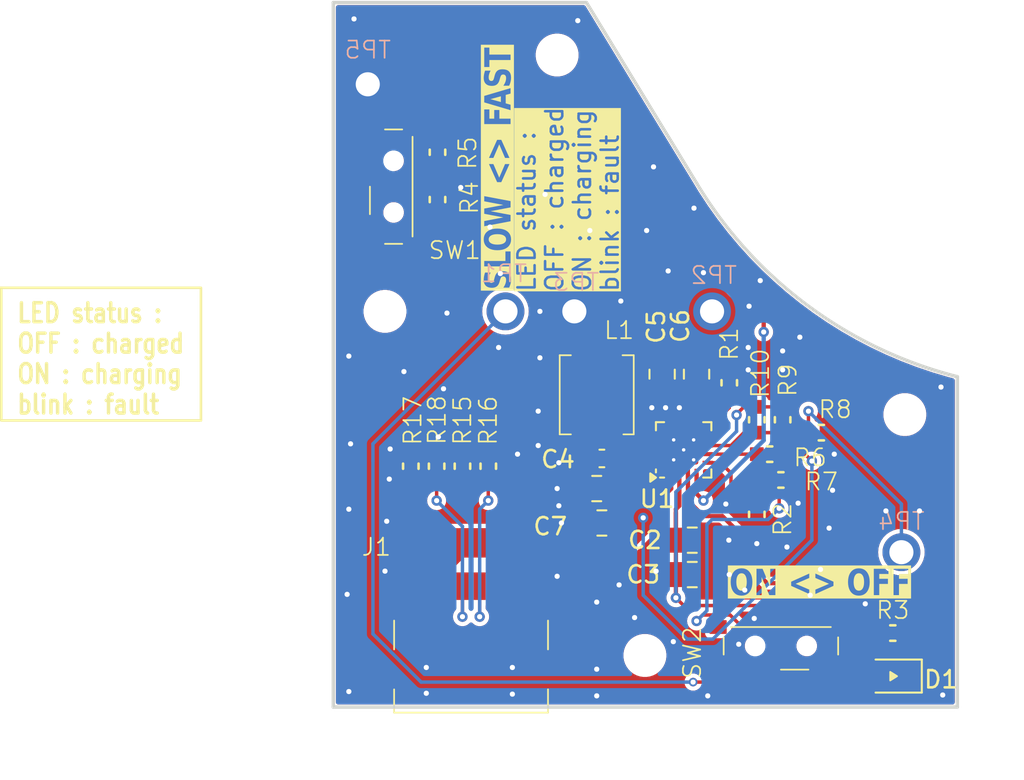
<source format=kicad_pcb>
(kicad_pcb (version 20240108) (generator "pcbnew") (generator_version "8.0")
  (layers (0 "F.Cu" signal) (31 "B.Cu" signal) (34 "B.Paste" user) (35 "F.Paste" user) (36 "B.SilkS" user "B.Silkscreen") (37 "F.SilkS" user "F.Silkscreen") (38 "B.Mask" user) (39 "F.Mask" user) (44 "Edge.Cuts" user))
  (net 0 "")
  (net 1 "GND")
  (net 2 "Net-(U1-PMID)")
  (net 3 "/REGN")
  (net 4 "Net-(U1-BTST)")
  (net 5 "VBUS")
  (net 6 "Net-(D1-PadC)")
  (net 7 "Net-(J1-CC2)")
  (net 8 "Net-(J1-CC1)")
  (net 9 "Net-(U1-VSET)")
  (net 10 "Net-(U1-STAT)")
  (net 11 "Net-(R5-Pad1)")
  (net 12 "/{slash}enable_charger")
  (net 15 "Net-(SW2-PadC)")
  (net 17 "/sw")
  (net 18 "/bat+")
  (net 19 "/POL")
  (net 20 "/ICHG")
  (net 21 "/BAT_TEMP")
  (footprint "cocotter_others:MountingHole_2.1mm" (layer "F.Cu") (at 118.1 97)
    (property "Reference" "H4" (hide yes))
    (property "Value" "MountingHole_Pad")
    (pad "" np_thru_hole circle (at 0 0) (size 2.1 2.1) (drill 2.1) (layers "*.Cu" "*.Mask"))
  )
  (footprint "cocotter_capacitors:C_0805_2012Metric" (layer "F.Cu") (at 120.85 92.3)
    (property "Reference" "C3" (at -2.85 0 0) (layer "F.SilkS"))
    (property "Value" "1µF 50V")
    (pad "1" smd roundrect (at -0.95 0) (size 1 1.45) (layers "F.Cu" "F.Paste" "F.Mask") (roundrect_rratio 0.05) (net 3 "/REGN"))
    (pad "2" smd roundrect (at 0.95 0) (size 1 1.45) (layers "F.Cu" "F.Paste" "F.Mask") (roundrect_rratio 0.05) (net 1 "GND"))
  )
  (footprint "cocotter_resistor:r0603_reflow" (layer "F.Cu") (at 126.1 83.3 -90)
    (property "Reference" "R9" (at -2.3 -0.3 90) (layer "F.SilkS") (effects (font (thickness 0.1))))
    (property "Value" "10k 1%")
    (pad "1" smd roundrect (at -0.75 0 270) (size 0.8 0.8) (layers "F.Cu" "F.Paste" "F.Mask") (roundrect_rratio 0.05) (net 3 "/REGN"))
    (pad "2" smd roundrect (at 0.75 0 270) (size 0.8 0.8) (layers "F.Cu" "F.Paste" "F.Mask") (roundrect_rratio 0.05) (net 21 "/BAT_TEMP"))
  )
  (footprint "cocotter_capacitors:C_0805_2012Metric" (layer "F.Cu") (at 115.3 87.3 180)
    (property "Reference" "C1" (hide yes))
    (property "Value" "10µF 25V")
    (pad "1" smd roundrect (at -0.95 0 180) (size 1 1.45) (layers "F.Cu" "F.Paste" "F.Mask") (roundrect_rratio 0.05) (net 2 "Net-(U1-PMID)"))
    (pad "2" smd roundrect (at 0.95 0 180) (size 1 1.45) (layers "F.Cu" "F.Paste" "F.Mask") (roundrect_rratio 0.05) (net 1 "GND"))
  )
  (footprint "cocotter_capacitors:C_0805_2012Metric" (layer "F.Cu") (at 119.1 80.65 -90)
    (property "Reference" "C5" (at -2.75 0.35 90) (layer "F.SilkS"))
    (property "Value" "10µF 25V")
    (pad "1" smd roundrect (at -0.95 0 270) (size 1 1.45) (layers "F.Cu" "F.Paste" "F.Mask") (roundrect_rratio 0.05) (net 18 "/bat+"))
    (pad "2" smd roundrect (at 0.95 0 270) (size 1 1.45) (layers "F.Cu" "F.Paste" "F.Mask") (roundrect_rratio 0.05) (net 1 "GND"))
  )
  (footprint "cocotter_connectors:MSS12C02LS-BB2.0" (layer "F.Cu") (at 126 96.45 180)
    (property "Reference" "SW2" (at 5.15 -0.4 90) (layer "F.SilkS") (effects (font (thickness 0.1))))
    (property "Value" "MSS12C02LS-BB2.0")
    (pad "" np_thru_hole circle (at -1.5 0 180) (size 0.5 0.5) (drill 0.8) (layers "F&B.Cu" "*.Mask"))
    (pad "" np_thru_hole circle (at 1.5 0 180) (size 0.5 0.5) (drill 0.8) (layers "F&B.Cu" "*.Mask"))
    (pad "A" smd roundrect (at -2.25 -1.8 180) (size 0.8 1.6) (layers "F.Cu" "F.Paste" "F.Mask") (roundrect_rratio 0.05))
    (pad "B" smd roundrect (at 0.75 -1.8 180) (size 0.8 1.6) (layers "F.Cu" "F.Paste" "F.Mask") (roundrect_rratio 0.05) (net 12 "/{slash}enable_charger"))
    (pad "C" smd roundrect (at 2.25 -1.8 180) (size 0.8 1.6) (layers "F.Cu" "F.Paste" "F.Mask") (roundrect_rratio 0.05) (net 15 "Net-(SW2-PadC)"))
    (pad "NC" smd roundrect (at -3.65 -1.1 180) (size 1 0.8) (layers "F.Cu" "F.Paste" "F.Mask") (roundrect_rratio 0.05))
    (pad "NC" smd roundrect (at -3.65 1.1 180) (size 1 0.8) (layers "F.Cu" "F.Paste" "F.Mask") (roundrect_rratio 0.05))
    (pad "NC" smd roundrect (at 3.65 -1.1 180) (size 1 0.8) (layers "F.Cu" "F.Paste" "F.Mask") (roundrect_rratio 0.05))
    (pad "NC" smd roundrect (at 3.65 1.1 180) (size 1 0.8) (layers "F.Cu" "F.Paste" "F.Mask") (roundrect_rratio 0.05))
  )
  (footprint "cocotter_inductors:SPM4020T" (layer "F.Cu") (at 115.3 81.85 90)
    (property "Reference" "L1" (at 3.75 1.3 0) (layer "F.SilkS") (effects (font (thickness 0.1))))
    (property "Value" "1µH")
    (pad "1" smd roundrect (at -1.65 0 90) (size 1.65 2.3) (layers "F.Cu" "F.Paste" "F.Mask") (roundrect_rratio 0.05) (net 17 "/sw"))
    (pad "2" smd roundrect (at 1.65 0 90) (size 1.65 2.3) (layers "F.Cu" "F.Paste" "F.Mask") (roundrect_rratio 0.05) (net 18 "/bat+"))
  )
  (footprint "cocotter_resistor:r0603_reflow" (layer "F.Cu") (at 124.6 83.3 -90)
    (property "Reference" "R10" (at -2.7 -0.2 90) (layer "F.SilkS") (effects (font (thickness 0.1))))
    (property "Value" "10k 1%")
    (pad "1" smd roundrect (at -0.75 0 270) (size 0.8 0.8) (layers "F.Cu" "F.Paste" "F.Mask") (roundrect_rratio 0.05) (net 3 "/REGN"))
    (pad "2" smd roundrect (at 0.75 0 270) (size 0.8 0.8) (layers "F.Cu" "F.Paste" "F.Mask") (roundrect_rratio 0.05) (net 21 "/BAT_TEMP"))
  )
  (footprint "cocotter_resistor:r0603_reflow" (layer "F.Cu") (at 106 86 90)
    (property "Reference" "R18" (at 2.68 0.02 90) (layer "F.SilkS") (effects (font (thickness 0.1))))
    (property "Value" "10k 1%")
    (pad "1" smd roundrect (at -0.75 0 90) (size 0.8 0.8) (layers "F.Cu" "F.Paste" "F.Mask") (roundrect_rratio 0.05) (net 8 "Net-(J1-CC1)"))
    (pad "2" smd roundrect (at 0.75 0 90) (size 0.8 0.8) (layers "F.Cu" "F.Paste" "F.Mask") (roundrect_rratio 0.05) (net 1 "GND"))
  )
  (footprint "cocotter_others:MountingHole_2.1mm" (layer "F.Cu") (at 103 77)
    (property "Reference" "H2" (hide yes))
    (property "Value" "MountingHole_Pad")
    (pad "" np_thru_hole circle (at 0 0) (size 2.1 2.1) (drill 2.1) (layers "*.Cu" "*.Mask"))
  )
  (footprint "cocotter_capacitors:C_0805_2012Metric" (layer "F.Cu") (at 121.1 80.65 -90)
    (property "Reference" "C6" (at -2.8 0.95 90) (layer "F.SilkS"))
    (property "Value" "10µF 25V")
    (pad "1" smd roundrect (at -0.95 0 270) (size 1 1.45) (layers "F.Cu" "F.Paste" "F.Mask") (roundrect_rratio 0.05) (net 18 "/bat+"))
    (pad "2" smd roundrect (at 0.95 0 270) (size 1 1.45) (layers "F.Cu" "F.Paste" "F.Mask") (roundrect_rratio 0.05) (net 1 "GND"))
  )
  (footprint "cocotter_resistor:r0603_reflow" (layer "F.Cu") (at 107.5 86 90)
    (property "Reference" "R15" (at 2.66 0 90) (layer "F.SilkS") (effects (font (thickness 0.1))))
    (property "Value" "10k 1%")
    (pad "1" smd roundrect (at -0.75 0 90) (size 0.8 0.8) (layers "F.Cu" "F.Paste" "F.Mask") (roundrect_rratio 0.05) (net 7 "Net-(J1-CC2)"))
    (pad "2" smd roundrect (at 0.75 0 90) (size 0.8 0.8) (layers "F.Cu" "F.Paste" "F.Mask") (roundrect_rratio 0.05) (net 1 "GND"))
  )
  (footprint "cocotter_diodes:LED_0805_2012Metric" (layer "F.Cu") (at 132.5 98.2 180)
    (property "Reference" "D1" (at -2.8 -0.2 180) (layer "F.SilkS"))
    (property "Value" "yellow, 0805")
    (pad "A" smd roundrect (at 0.9375 0 180) (size 0.975 1.4) (layers "F.Cu" "F.Paste" "F.Mask") (roundrect_rratio 0.05) (net 3 "/REGN"))
    (pad "C" smd roundrect (at -0.9375 0 180) (size 0.975 1.4) (layers "F.Cu" "F.Paste" "F.Mask") (roundrect_rratio 0.05) (net 6 "Net-(D1-PadC)"))
  )
  (footprint "cocotter_resistor:r0603_reflow" (layer "F.Cu") (at 123 81.15 90)
    (property "Reference" "R1" (at 2.25 0 90) (layer "F.SilkS") (effects (font (thickness 0.1))))
    (property "Value" "100k")
    (pad "1" smd roundrect (at -0.75 0 90) (size 0.8 0.8) (layers "F.Cu" "F.Paste" "F.Mask") (roundrect_rratio 0.05) (net 9 "Net-(U1-VSET)"))
    (pad "2" smd roundrect (at 0.75 0 90) (size 0.8 0.8) (layers "F.Cu" "F.Paste" "F.Mask") (roundrect_rratio 0.05) (net 1 "GND"))
  )
  (footprint "cocotter_others:MountingHole_2.1mm" (layer "F.Cu") (at 113 62.1)
    (property "Reference" "H1" (hide yes))
    (property "Value" "MountingHole_Pad")
    (pad "" np_thru_hole circle (at 0 0) (size 2.1 2.1) (drill 2.1) (layers "*.Cu" "*.Mask"))
  )
  (footprint "cocotter_capacitors:C_0603_1608Metric" (layer "F.Cu") (at 115.6 85.55)
    (property "Reference" "C4" (at -2.55 0.05 0) (layer "F.SilkS"))
    (property "Value" "47nF 50V")
    (pad "1" smd roundrect (at -0.775 0) (size 0.9 0.95) (layers "F.Cu" "F.Paste" "F.Mask") (roundrect_rratio 0.05) (net 17 "/sw"))
    (pad "2" smd roundrect (at 0.775 0) (size 0.9 0.95) (layers "F.Cu" "F.Paste" "F.Mask") (roundrect_rratio 0.05) (net 4 "Net-(U1-BTST)"))
  )
  (footprint "cocotter_capacitors:C_0805_2012Metric" (layer "F.Cu") (at 120.85 90.3)
    (property "Reference" "C2" (at -2.75 0 0) (layer "F.SilkS"))
    (property "Value" "1µF 50V")
    (pad "1" smd roundrect (at -0.95 0) (size 1 1.45) (layers "F.Cu" "F.Paste" "F.Mask") (roundrect_rratio 0.05) (net 3 "/REGN"))
    (pad "2" smd roundrect (at 0.95 0) (size 1 1.45) (layers "F.Cu" "F.Paste" "F.Mask") (roundrect_rratio 0.05) (net 1 "GND"))
  )
  (footprint "cocotter_resistor:r0603_reflow" (layer "F.Cu") (at 125.35 85.3 180)
    (property "Reference" "R6" (at -2.35 -0.2 0) (layer "F.SilkS") (effects (font (thickness 0.1))))
    (property "Value" "10k 1%")
    (pad "1" smd roundrect (at -0.75 0 180) (size 0.8 0.8) (layers "F.Cu" "F.Paste" "F.Mask") (roundrect_rratio 0.05) (net 5 "VBUS"))
    (pad "2" smd roundrect (at 0.75 0 180) (size 0.8 0.8) (layers "F.Cu" "F.Paste" "F.Mask") (roundrect_rratio 0.05) (net 12 "/{slash}enable_charger"))
  )
  (footprint "cocotter_ic:RTE0016C" (layer "F.Cu") (at 120.35 85.05 90)
    (property "Reference" "U1" (at -2.85 -1.55 180) (layer "F.SilkS"))
    (property "Value" "BQ25308RTER")
    (pad "1" smd roundrect (at -1.4 -0.75 90) (size 0.6 0.24) (layers "F.Cu" "F.Paste" "F.Mask") (roundrect_rratio 0.05) (net 5 "VBUS"))
    (pad "2" smd roundrect (at -1.4 -0.25 90) (size 0.6 0.24) (layers "F.Cu" "F.Paste" "F.Mask") (roundrect_rratio 0.05) (net 3 "/REGN"))
    (pad "3" smd roundrect (at -1.4 0.25 90) (size 0.6 0.24) (layers "F.Cu" "F.Paste" "F.Mask") (roundrect_rratio 0.05) (net 10 "Net-(U1-STAT)"))
    (pad "4" smd roundrect (at -1.4 0.75 90) (size 0.6 0.24) (layers "F.Cu" "F.Paste" "F.Mask") (roundrect_rratio 0.05) (net 20 "/ICHG"))
    (pad "5" smd roundrect (at -0.75 1.4 90) (size 0.24 0.6) (layers "F.Cu" "F.Paste" "F.Mask") (roundrect_rratio 0.05) (net 19 "/POL"))
    (pad "6" smd roundrect (at -0.25 1.4 90) (size 0.24 0.6) (layers "F.Cu" "F.Paste" "F.Mask") (roundrect_rratio 0.05) (net 12 "/{slash}enable_charger"))
    (pad "7" smd roundrect (at 0.25 1.4 90) (size 0.24 0.6) (layers "F.Cu" "F.Paste" "F.Mask") (roundrect_rratio 0.05) (net 21 "/BAT_TEMP"))
    (pad "8" smd roundrect (at 0.75 1.4 90) (size 0.24 0.6) (layers "F.Cu" "F.Paste" "F.Mask") (roundrect_rratio 0.05))
    (pad "9" smd roundrect (at 1.4 0.75 90) (size 0.6 0.24) (layers "F.Cu" "F.Paste" "F.Mask") (roundrect_rratio 0.05) (net 9 "Net-(U1-VSET)"))
    (pad "10" smd roundrect (at 1.4 0.25 90) (size 0.6 0.24) (layers "F.Cu" "F.Paste" "F.Mask") (roundrect_rratio 0.05) (net 18 "/bat+"))
    (pad "11" smd roundrect (at 1.4 -0.25 90) (size 0.6 0.24) (layers "F.Cu" "F.Paste" "F.Mask") (roundrect_rratio 0.05) (net 1 "GND"))
    (pad "12" smd roundrect (at 1.4 -0.75 90) (size 0.6 0.24) (layers "F.Cu" "F.Paste" "F.Mask") (roundrect_rratio 0.05) (net 1 "GND"))
    (pad "13" smd roundrect (at 0.75 -1.4 90) (size 0.24 0.6) (layers "F.Cu" "F.Paste" "F.Mask") (roundrect_rratio 0.05) (net 17 "/sw"))
    (pad "14" smd roundrect (at 0.25 -1.4 90) (size 0.24 0.6) (layers "F.Cu" "F.Paste" "F.Mask") (roundrect_rratio 0.05) (net 17 "/sw"))
    (pad "15" smd roundrect (at -0.25 -1.4 90) (size 0.24 0.6) (layers "F.Cu" "F.Paste" "F.Mask") (roundrect_rratio 0.05) (net 4 "Net-(U1-BTST)"))
    (pad "16" smd roundrect (at -0.75 -1.4 90) (size 0.24 0.6) (layers "F.Cu" "F.Paste" "F.Mask") (roundrect_rratio 0.05) (net 2 "Net-(U1-PMID)"))
    (pad "17" thru_hole circle (at -0.58 -0.58 90) (size 0.5 0.5) (drill 0.2) (layers "*.Cu" "F.Paste") (net 1 "GND"))
    (pad "17" thru_hole circle (at -0.58 0.58 90) (size 0.5 0.5) (drill 0.2) (layers "*.Cu" "F.Paste") (net 1 "GND"))
    (pad "17" thru_hole circle (at 0 0 90) (size 0.5 0.5) (drill 0.2) (layers "*.Cu" "F.Paste") (net 1 "GND"))
    (pad "17" smd roundrect (at 0 0 90) (size 1.68 1.68) (property pad_prop_heatsink) (layers "F.Cu" "F.Paste" "F.Mask") (roundrect_rratio 0.05) (net 1 "GND"))
    (pad "17" thru_hole circle (at 0.58 -0.58 90) (size 0.5 0.5) (drill 0.2) (layers "*.Cu" "F.Paste") (net 1 "GND"))
    (pad "17" thru_hole circle (at 0.58 0.58 90) (size 0.5 0.5) (drill 0.2) (layers "*.Cu" "F.Paste") (net 1 "GND"))
  )
  (footprint "cocotter_resistor:r0603_reflow" (layer "F.Cu") (at 124.6 88.8 -90)
    (property "Reference" "R2" (at 0.3 -1.5 90) (layer "F.SilkS") (effects (font (thickness 0.1))))
    (property "Value" "1k 1%")
    (pad "1" smd roundrect (at -0.75 0 270) (size 0.8 0.8) (layers "F.Cu" "F.Paste" "F.Mask") (roundrect_rratio 0.05) (net 19 "/POL"))
    (pad "2" smd roundrect (at 0.75 0 270) (size 0.8 0.8) (layers "F.Cu" "F.Paste" "F.Mask") (roundrect_rratio 0.05) (net 1 "GND"))
  )
  (footprint "cocotter_resistor:r0603_reflow" (layer "F.Cu") (at 106.05 70.5 90)
    (property "Reference" "R4" (at 0.1 1.85 90) (layer "F.SilkS") (effects (font (thickness 0.1))))
    (property "Value" "68k 1%")
    (pad "1" smd roundrect (at -0.75 0 90) (size 0.8 0.8) (layers "F.Cu" "F.Paste" "F.Mask") (roundrect_rratio 0.05) (net 20 "/ICHG"))
    (pad "2" smd roundrect (at 0.75 0 90) (size 0.8 0.8) (layers "F.Cu" "F.Paste" "F.Mask") (roundrect_rratio 0.05) (net 1 "GND"))
  )
  (footprint "cocotter_resistor:r0603_reflow" (layer "F.Cu") (at 109 86 90)
    (property "Reference" "R16" (at 2.65 -0.01 90) (layer "F.SilkS") (effects (font (thickness 0.1))))
    (property "Value" "10k 1%")
    (pad "1" smd roundrect (at -0.75 0 90) (size 0.8 0.8) (layers "F.Cu" "F.Paste" "F.Mask") (roundrect_rratio 0.05) (net 7 "Net-(J1-CC2)"))
    (pad "2" smd roundrect (at 0.75 0 90) (size 0.8 0.8) (layers "F.Cu" "F.Paste" "F.Mask") (roundrect_rratio 0.05) (net 1 "GND"))
  )
  (footprint "cocotter_resistor:r0603_reflow" (layer "F.Cu") (at 132.5 95.7)
    (property "Reference" "R3" (at 0 -1.330652 0) (layer "F.SilkS") (effects (font (thickness 0.1))))
    (property "Value" "330R")
    (pad "1" smd roundrect (at -0.75 0) (size 0.8 0.8) (layers "F.Cu" "F.Paste" "F.Mask") (roundrect_rratio 0.05) (net 10 "Net-(U1-STAT)"))
    (pad "2" smd roundrect (at 0.75 0) (size 0.8 0.8) (layers "F.Cu" "F.Paste" "F.Mask") (roundrect_rratio 0.05) (net 6 "Net-(D1-PadC)"))
  )
  (footprint "cocotter_resistor:r0603_reflow" (layer "F.Cu") (at 128.35 84.05)
    (property "Reference" "R8" (at 0.8 -1.35 0) (layer "F.SilkS") (effects (font (thickness 0.1))))
    (property "Value" "22k 1%")
    (pad "1" smd roundrect (at -0.75 0) (size 0.8 0.8) (layers "F.Cu" "F.Paste" "F.Mask") (roundrect_rratio 0.05) (net 21 "/BAT_TEMP"))
    (pad "2" smd roundrect (at 0.75 0) (size 0.8 0.8) (layers "F.Cu" "F.Paste" "F.Mask") (roundrect_rratio 0.05) (net 1 "GND"))
  )
  (footprint "cocotter_connectors:MSS12C02LS-BB2.0" (layer "F.Cu") (at 103.5 69.75 90)
    (property "Reference" "SW1" (at -3.7 3.55 0) (layer "F.SilkS") (effects (font (thickness 0.1))))
    (property "Value" "MSS12C02LS-BB2.0")
    (pad "" np_thru_hole circle (at -1.5 0 90) (size 0.5 0.5) (drill 0.8) (layers "F&B.Cu" "*.Mask"))
    (pad "" np_thru_hole circle (at 1.5 0 90) (size 0.5 0.5) (drill 0.8) (layers "F&B.Cu" "*.Mask"))
    (pad "A" smd roundrect (at -2.25 -1.8 90) (size 0.8 1.6) (layers "F.Cu" "F.Paste" "F.Mask") (roundrect_rratio 0.05))
    (pad "B" smd roundrect (at 0.75 -1.8 90) (size 0.8 1.6) (layers "F.Cu" "F.Paste" "F.Mask") (roundrect_rratio 0.05) (net 20 "/ICHG"))
    (pad "C" smd roundrect (at 2.25 -1.8 90) (size 0.8 1.6) (layers "F.Cu" "F.Paste" "F.Mask") (roundrect_rratio 0.05) (net 11 "Net-(R5-Pad1)"))
    (pad "NC" smd roundrect (at -3.65 -1.1 90) (size 1 0.8) (layers "F.Cu" "F.Paste" "F.Mask") (roundrect_rratio 0.05))
    (pad "NC" smd roundrect (at -3.65 1.1 90) (size 1 0.8) (layers "F.Cu" "F.Paste" "F.Mask") (roundrect_rratio 0.05))
    (pad "NC" smd roundrect (at 3.65 -1.1 90) (size 1 0.8) (layers "F.Cu" "F.Paste" "F.Mask") (roundrect_rratio 0.05))
    (pad "NC" smd roundrect (at 3.65 1.1 90) (size 1 0.8) (layers "F.Cu" "F.Paste" "F.Mask") (roundrect_rratio 0.05))
  )
  (footprint "cocotter_connectors:BTC-TC6S-23" (layer "F.Cu") (at 108 92.975)
    (property "Reference" "J1" (at -5.5 -2.275 0) (layer "F.SilkS") (effects (font (thickness 0.1))))
    (property "Value" "BTC-TC6S-23")
    (pad "A5" smd rect (at -0.5 0 180) (size 0.7 1.6) (layers "F.Cu" "F.Paste" "F.Mask") (net 8 "Net-(J1-CC1)"))
    (pad "A9" smd rect (at 1.52 0) (size 0.76 1.6) (layers "F.Cu" "F.Paste" "F.Mask") (net 5 "VBUS"))
    (pad "A12" smd rect (at 2.75 0) (size 0.8 1.6) (layers "F.Cu" "F.Paste" "F.Mask") (net 1 "GND"))
    (pad "B5" smd rect (at 0.5 0) (size 0.7 1.6) (layers "F.Cu" "F.Paste" "F.Mask") (net 7 "Net-(J1-CC2)"))
    (pad "B9" smd rect (at -1.52 0 180) (size 0.76 1.6) (layers "F.Cu" "F.Paste" "F.Mask") (net 5 "VBUS"))
    (pad "B12" smd rect (at -2.75 0 180) (size 0.8 1.6) (layers "F.Cu" "F.Paste" "F.Mask") (net 1 "GND"))
    (pad "SHIELD" smd rect (at -5.07 0.95 180) (size 2 1.2) (layers "F.Cu" "F.Paste" "F.Mask") (net 1 "GND"))
    (pad "SHIELD" smd rect (at -5.07 4.75 180) (size 2 1.2) (layers "F.Cu" "F.Paste" "F.Mask") (net 1 "GND"))
    (pad "SHIELD" smd rect (at 5.07 0.95 180) (size 2 1.2) (layers "F.Cu" "F.Paste" "F.Mask") (net 1 "GND"))
    (pad "SHIELD" smd rect (at 5.07 4.75 180) (size 2 1.2) (layers "F.Cu" "F.Paste" "F.Mask") (net 1 "GND"))
  )
  (footprint "cocotter_capacitors:C_0805_2012Metric" (layer "F.Cu") (at 115.6 89.3 180)
    (property "Reference" "C7" (at 3 -0.2 180) (layer "F.SilkS"))
    (property "Value" "10µF 25V")
    (pad "1" smd roundrect (at -0.95 0 180) (size 1 1.45) (layers "F.Cu" "F.Paste" "F.Mask") (roundrect_rratio 0.05) (net 5 "VBUS"))
    (pad "2" smd roundrect (at 0.95 0 180) (size 1 1.45) (layers "F.Cu" "F.Paste" "F.Mask") (roundrect_rratio 0.05) (net 1 "GND"))
  )
  (footprint "cocotter_resistor:r0603_reflow" (layer "F.Cu") (at 104.5 86 90)
    (property "Reference" "R17" (at 2.65 0.11 90) (layer "F.SilkS") (effects (font (thickness 0.1))))
    (property "Value" "10k 1%")
    (pad "1" smd roundrect (at -0.75 0 90) (size 0.8 0.8) (layers "F.Cu" "F.Paste" "F.Mask") (roundrect_rratio 0.05) (net 8 "Net-(J1-CC1)"))
    (pad "2" smd roundrect (at 0.75 0 90) (size 0.8 0.8) (layers "F.Cu" "F.Paste" "F.Mask") (roundrect_rratio 0.05) (net 1 "GND"))
  )
  (footprint "cocotter_resistor:r0603_reflow" (layer "F.Cu") (at 106.05 67.75 -90)
    (property "Reference" "R5" (at 0.05 -1.75 90) (layer "F.SilkS") (effects (font (thickness 0.1))))
    (property "Value" "22k 1%")
    (pad "1" smd roundrect (at -0.75 0 270) (size 0.8 0.8) (layers "F.Cu" "F.Paste" "F.Mask") (roundrect_rratio 0.05) (net 11 "Net-(R5-Pad1)"))
    (pad "2" smd roundrect (at 0.75 0 270) (size 0.8 0.8) (layers "F.Cu" "F.Paste" "F.Mask") (roundrect_rratio 0.05) (net 1 "GND"))
  )
  (footprint "cocotter_others:MountingHole_2.1mm" (layer "F.Cu") (at 133.2 83)
    (property "Reference" "H3" (hide yes))
    (property "Value" "MountingHole_Pad")
    (pad "" np_thru_hole circle (at 0 0) (size 2.1 2.1) (drill 2.1) (layers "*.Cu" "*.Mask"))
  )
  (footprint "cocotter_resistor:r0603_reflow" (layer "F.Cu") (at 126 86.8 180)
    (property "Reference" "R7" (at -2.35 -0.1 0) (layer "F.SilkS") (effects (font (thickness 0.1))))
    (property "Value" "10k 1%")
    (pad "1" smd roundrect (at -0.75 0 180) (size 0.8 0.8) (layers "F.Cu" "F.Paste" "F.Mask") (roundrect_rratio 0.05) (net 1 "GND"))
    (pad "2" smd roundrect (at 0.75 0 180) (size 0.8 0.8) (layers "F.Cu" "F.Paste" "F.Mask") (roundrect_rratio 0.05) (net 12 "/{slash}enable_charger"))
  )
  (footprint "cocotter_others:CPG-07-TH-B" (layer "B.Cu") (at 114 77 180)
    (property "Reference" "TP3" (at -0.1 1.7 0) (layer "B.SilkS") (effects (font (thickness 0.1)) (justify mirror)))
    (property "Value" "CPG-07-TH-B")
    (pad "1" thru_hole circle (at 0 0 180) (size 2.2 2.2) (drill 1.4) (layers "*.Cu" "*.Mask") (net 1 "GND"))
  )
  (footprint "cocotter_others:CPG-07-TH-B" (layer "B.Cu") (at 122 77 180)
    (property "Reference" "TP2" (at -0.1 2.1 0) (layer "B.SilkS") (effects (font (thickness 0.1)) (justify mirror)))
    (property "Value" "CPG-07-TH-B")
    (pad "1" thru_hole circle (at 0 0 180) (size 2.2 2.2) (drill 1.4) (layers "*.Cu" "*.Mask") (net 18 "/bat+"))
  )
  (footprint "cocotter_others:CPG-07-TH-B" (layer "B.Cu") (at 110 77 180)
    (property "Reference" "TP1" (at 0.1 2.2 0) (layer "B.SilkS") (effects (font (thickness 0.1)) (justify mirror)))
    (property "Value" "CPG-07-TH-B")
    (pad "1" thru_hole circle (at 0 0 180) (size 2.2 2.2) (drill 1.4) (layers "*.Cu" "*.Mask") (net 15 "Net-(SW2-PadC)"))
  )
  (footprint "cocotter_others:CPG-07-TH-B" (layer "B.Cu") (at 102 63.8 180)
    (property "Reference" "TP5" (at 0 2 0) (layer "B.SilkS") (effects (font (thickness 0.1)) (justify mirror)))
    (property "Value" "CPG-07-TH-B")
    (pad "1" thru_hole circle (at 0 0 180) (size 2.2 2.2) (drill 1.4) (layers "*.Cu" "*.Mask") (net 1 "GND"))
  )
  (footprint "cocotter_others:CPG-07-TH-B" (layer "B.Cu") (at 133 91 180)
    (property "Reference" "TP4" (at 0 1.8 0) (layer "B.SilkS") (effects (font (thickness 0.1)) (justify mirror)))
    (property "Value" "CPG-07-TH-B")
    (pad "1" thru_hole circle (at 0 0 180) (size 2.2 2.2) (drill 1.4) (layers "*.Cu" "*.Mask") (net 21 "/BAT_TEMP"))
  )
  (gr_line (start 100 100) (end 136.25 100) (stroke (width 0.2)) (layer "Edge.Cuts"))
  (gr_line (start 114.7 59.05) (end 100 59.05) (stroke (width 0.2)) (layer "Edge.Cuts"))
  (gr_line (start 114.7 59.05) (end 121.1 69.55) (stroke (width 0.2)) (layer "Edge.Cuts"))
  (gr_arc (start 136.25 80.8) (mid 127.563829 76.671377) (end 121.1 69.55) (stroke (width 0.2)) (layer "Edge.Cuts"))
  (gr_line (start 136.25 100) (end 136.25 80.8) (stroke (width 0.2)) (layer "Edge.Cuts"))
  (gr_line (start 100 59.05) (end 100 100) (stroke (width 0.2)) (layer "Edge.Cuts"))
  (gr_text "ON <> OFF" (at 123 93.75 0) (layer "F.SilkS" knockout) (effects (font (size 1.5 1.2) (thickness 0.2) (bold yes)) (justify left bottom)))
  (gr_text "SLOW <> FAST" (at 110.55 75.75 90) (layer "F.SilkS" knockout) (effects (font (size 1.5 1.2) (thickness 0.2) (bold yes)) (justify left bottom)))
  (gr_text "LED status : \nOFF : charged\nON : charging\nblink : fault\n" (at 116.65 75.94 90) (layer "F.SilkS" knockout) (effects (font (size 1 1)) (justify left bottom)))
  (gr_text_box "LED status : \nOFF : charged\nON : charging\nblink : fault\n" (start 80.71 75.63) (end 92.308748 83.34) (layer "F.SilkS") (effects (font (size 1.1 0.9) (thickness 0.2) (bold yes)) (justify left top)) (border yes) (stroke (width 0.15)))
  (segment (start 114.35 87.3) (end 113 87.3) (width 0.2) (layer "F.Cu") (net 1))
  (segment (start 121.8 90.3) (end 122.975 90.3) (width 0.2) (layer "F.Cu") (net 1))
  (segment (start 120.1 82.6) (end 121.1 81.6) (width 0.2) (layer "F.Cu") (net 1))
  (segment (start 126.9 90.7) (end 129.2 88.4) (width 0.8) (layer "F.Cu") (net 1))
  (segment (start 113.07 93.925) (end 113.095 93.9) (width 0.8) (layer "F.Cu") (net 1))
  (segment (start 123 80.4) (end 124.1 80.4) (width 0.2) (layer "F.Cu") (net 1))
  (segment (start 126.1 86.8) (end 126.75 87.45) (width 0.2) (layer "F.Cu") (net 1))
  (segment (start 126.35 90.7) (end 126.9 90.7) (width 0.8) (layer "F.Cu") (net 1))
  (segment (start 126.35 90.7) (end 127 90.7) (width 0.8) (layer "F.Cu") (net 1))
  (segment (start 119.6 82.9) (end 119.3 82.6) (width 0.4) (layer "F.Cu") (net 1))
  (segment (start 127 90.7) (end 128.3 92) (width 0.8) (layer "F.Cu") (net 1))
  (segment (start 120.1 82.6) (end 120.1 82.4) (width 0.2) (layer "F.Cu") (net 1))
  (segment (start 119.3 82.6) (end 119.3 81.8) (width 0.2) (layer "F.Cu") (net 1))
  (segment (start 128.2 80.4) (end 126.1 80.4) (width 0.8) (layer "F.Cu") (net 1))
  (segment (start 129.1 84.05) (end 129.1 85.3) (width 0.2) (layer "F.Cu") (net 1))
  (segment (start 119.6 83.65) (end 119.6 82.9) (width 0.4) (layer "F.Cu") (net 1))
  (segment (start 126.75 87.45) (end 126.75 87.9) (width 0.2) (layer "F.Cu") (net 1))
  (segment (start 124.6 89.55) (end 124.6 90.5) (width 0.2) (layer "F.Cu") (net 1))
  (segment (start 126.75 87.9) (end 127 88.15) (width 0.2) (layer "F.Cu") (net 1))
  (segment (start 129.2 88.4) (end 129.2 81.4) (width 0.8) (layer "F.Cu") (net 1))
  (segment (start 106.05 69.75) (end 106.05 68.5) (width 0.2) (layer "F.Cu") (net 1))
  (segment (start 114.6 89.3) (end 113.25 89.3) (width 0.2) (layer "F.Cu") (net 1))
  (segment (start 126.75 86.8) (end 126.75 87.9) (width 0.2) (layer "F.Cu") (net 1))
  (segment (start 119.3 81.8) (end 119.1 81.6) (width 0.2) (layer "F.Cu") (net 1))
  (segment (start 124.1 80.4) (end 126.1 80.4) (width 0.8) (layer "F.Cu") (net 1))
  (segment (start 115.3 93.9) (end 115.4 94) (width 0.8) (layer "F.Cu") (net 1))
  (segment (start 129.2 81.4) (end 128.2 80.4) (width 0.8) (layer "F.Cu") (net 1))
  (segment (start 113.095 93.9) (end 115.3 93.9) (width 0.8) (layer "F.Cu") (net 1))
  (segment (start 121.8 92.3) (end 123 92.3) (width 0.2) (layer "F.Cu") (net 1))
  (via (at 119.45 74.65) (size 0.6) (drill 0.3) (layers "F.Cu" "B.Cu") (net 1))
  (via (at 113.1 88.3) (size 0.6) (drill 0.3) (layers "F.Cu" "B.Cu") (net 1))
  (via (at 127 88.15) (size 0.6) (drill 0.3) (layers "F.Cu" "B.Cu") (net 1))
  (via (at 120.95 71) (size 0.6) (drill 0.3) (layers "F.Cu" "B.Cu") (net 1))
  (via (at 101.2 60) (size 0.6) (drill 0.3) (layers "F.Cu" "B.Cu") (net 1))
  (via (at 103.1 89.2) (size 0.6) (drill 0.3) (layers "F.Cu" "B.Cu") (net 1))
  (via (at 112 77) (size 0.6) (drill 0.3) (layers "F.Cu" "B.Cu") (net 1))
  (via (at 115.3 93.9) (size 0.6) (drill 0.3) (layers "F.Cu" "B.Cu") (net 1))
  (via (at 127.7 93.5) (size 0.6) (drill 0.3) (layers "F.Cu" "B.Cu") (net 1))
  (via (at 128.3 92) (size 0.6) (drill 0.3) (layers "F.Cu" "B.Cu") (net 1))
  (via (at 121.75 99.35) (size 0.6) (drill 0.3) (layers "F.Cu" "B.Cu") (net 1))
  (via (at 119.3 82.6) (size 0.6) (drill 0.3) (layers "F.Cu" "B.Cu") (net 1))
  (via (at 110.4 99.25) (size 0.6) (drill 0.3) (layers "F.Cu" "B.Cu") (net 1))
  (via (at 124.1 79.1) (size 0.6) (drill 0.3) (layers "F.Cu" "B.Cu") (net 1))
  (via (at 116.7 76.4) (size 0.6) (drill 0.3) (layers "F.Cu" "B.Cu") (net 1))
  (via (at 107.4 69.8) (size 0.6) (drill 0.3) (layers "F.Cu" "B.Cu") (net 1))
  (via (at 126.35 90.7) (size 0.6) (drill 0.3) (layers "F.Cu" "B.Cu") (net 1))
  (via (at 106.1 84.3) (size 0.6) (drill 0.3) (layers "F.Cu" "B.Cu") (net 1))
  (via (at 118.6 68.6) (size 0.6) (drill 0.3) (layers "F.Cu" "B.Cu") (net 1))
  (via (at 128.8 89.6) (size 0.6) (drill 0.3) (layers "F.Cu" "B.Cu") (net 1))
  (via (at 101 84.7) (size 0.6) (drill 0.3) (layers "F.Cu" "B.Cu") (net 1))
  (via (at 115.3 97.8) (size 0.6) (drill 0.3) (layers "F.Cu" "B.Cu") (net 1))
  (via (at 132.1 88.6) (size 0.6) (drill 0.3) (layers "F.Cu" "B.Cu") (net 1))
  (via (at 113 87.3) (size 0.6) (drill 0.3) (layers "F.Cu" "B.Cu") (net 1))
  (via (at 124.15 76.7) (size 0.6) (drill 0.3) (layers "F.Cu" "B.Cu") (net 1))
  (via (at 124.45 94.85) (size 0.6) (drill 0.3) (layers "F.Cu" "B.Cu") (net 1))
  (via (at 115.3 99.35) (size 0.6) (drill 0.3) (layers "F.Cu" "B.Cu") (net 1))
  (via (at 126.1 80.4) (size 0.6) (drill 0.3) (layers "F.Cu" "B.Cu") (net 1))
  (via (at 122.8 88.2) (size 0.6) (drill 0.3) (layers "F.Cu" "B.Cu") (net 1))
  (via (at 118.75 92.1) (size 0.6) (drill 0.3) (layers "F.Cu" "B.Cu") (net 1))
  (via (at 106.4 81.5) (size 0.6) (drill 0.3) (layers "F.Cu" "B.Cu") (net 1))
  (via (at 103.25 86.75) (size 0.6) (drill 0.3) (layers "F.Cu" "B.Cu") (net 1))
  (via (at 126.1 79.3) (size 0.6) (drill 0.3) (layers "F.Cu" "B.Cu") (net 1))
  (via (at 110.4 97.7) (size 0.6) (drill 0.3) (layers "F.Cu" "B.Cu") (net 1))
  (via (at 118.5 82.6) (size 0.6) (drill 0.3) (layers "F.Cu" "B.Cu") (net 1))
  (via (at 123.55 96.35) (size 0.6) (drill 0.3) (layers "F.Cu" "B.Cu") (net 1))
  (via (at 109.1 72.1) (size 0.6) (drill 0.3) (layers "F.Cu" "B.Cu") (net 1))
  (via (at 123 92.3) (size 0.6) (drill 0.3) (layers "F.Cu" "B.Cu") (net 1))
  (via (at 113.25 89.3) (size 0.6) (drill 0.3) (layers "F.Cu" "B.Cu") (net 1))
  (via (at 105.4 97.7) (size 0.6) (drill 0.3) (layers "F.Cu" "B.Cu") (net 1))
  (via (at 111.9 84.8) (size 0.6) (drill 0.3) (layers "F.Cu" "B.Cu") (net 1))
  (via (at 114.9 72.3) (size 0.6) (drill 0.3) (layers "F.Cu" "B.Cu") (net 1))
  (via (at 118.2 72.3) (size 0.6) (drill 0.3) (layers "F.Cu" "B.Cu") (net 1))
  (via (at 106.6 77.1) (size 0.6) (drill 0.3) (layers "F.Cu" "B.Cu") (net 1))
  (via (at 122.975 90.3) (size 0.6) (drill 0.3) (layers "F.Cu" "B.Cu") (net 1))
  (via (at 111.9 82.8) (size 0.6) (drill 0.3) (layers "F.Cu" "B.Cu") (net 1))
  (via (at 113.1 85.8) (size 0.6) (drill 0.3) (layers "F.Cu" "B.Cu") (net 1))
  (via (at 129.1 85.3) (size 0.6) (drill 0.3) (layers "F.Cu" "B.Cu") (net 1))
  (via (at 100.9 88.5) (size 0.6) (drill 0.3) (layers "F.Cu" "B.Cu") (net 1))
  (via (at 109.7 74.8) (size 0.6) (drill 0.3) (layers "F.Cu" "B.Cu") (net 1))
  (via (at 129 87.4) (size 0.6) (drill 0.3) (layers "F.Cu" "B.Cu") (net 1))
  (via (at 104.1 80.5) (size 0.6) (drill 0.3) (layers "F.Cu" "B.Cu") (net 1))
  (via (at 135.3 81.4) (size 0.6) (drill 0.3) (layers "F.Cu" "B.Cu") (net 1))
  (via (at 112.3 70.2) (size 0.6) (drill 0.3) (layers "F.Cu" "B.Cu") (net 1))
  (via (at 135.4 99.3) (size 0.6) (drill 0.3) (layers "F.Cu" "B.Cu") (net 1))
  (via (at 117.5 94.8) (size 0.6) (drill 0.3) (layers "F.Cu" "B.Cu") (net 1))
  (via (at 112 79.7) (size 0.6) (drill 0.3) (layers "F.Cu" "B.Cu") (net 1))
  (via (at 114.2 60.1) (size 0.6) (drill 0.3) (layers "F.Cu" "B.Cu") (net 1))
  (via (at 124.8 75.210551) (size 0.6) (drill 0.3) (layers "F.Cu" "B.Cu") (net 1))
  (via (at 113 92.4) (size 0.6) (drill 0.3) (layers "F.Cu" "B.Cu") (net 1))
  (via (at 124.1 80.4) (size 0.6) (drill 0.3) (layers "F.Cu" "B.Cu") (net 1))
  (via (at 120.1 82.6) (size 0.6) (drill 0.3) (layers "F.Cu" "B.Cu") (net 1))
  (via (at 105.4 99.2) (size 0.6) (drill 0.3) (layers "F.Cu" "B.Cu") (net 1))
  (via (at 103.3 85) (size 0.6) (drill 0.3) (layers "F.Cu" "B.Cu") (net 1))
  (via (at 124.6 90.5) (size 0.6) (drill 0.3) (layers "F.Cu" "B.Cu") (net 1))
  (via (at 127.1 78.5) (size 0.6) (drill 0.3) (layers "F.Cu" "B.Cu") (net 1))
  (via (at 130.9 94) (size 0.6) (drill 0.3) (layers "F.Cu" "B.Cu") (net 1))
  (via (at 134.05 88.6) (size 0.6) (drill 0.3) (layers "F.Cu" "B.Cu") (net 1))
  (via (at 121.5 74.75) (size 0.6) (drill 0.3) (layers "F.Cu" "B.Cu") (net 1))
  (via (at 103 92.1) (size 0.6) (drill 0.3) (layers "F.Cu" "B.Cu") (net 1))
  (via (at 109.6 79.1) (size 0.6) (drill 0.3) (layers "F.Cu" "B.Cu") (net 1))
  (via (at 119.75 96.2) (size 0.6) (drill 0.3) (layers "F.Cu" "B.Cu") (net 1))
  (via (at 123.9 93.2) (size 0.6) (drill 0.3) (layers "F.Cu" "B.Cu") (net 1))
  (via (at 116.6 92.9) (size 0.6) (drill 0.3) (layers "F.Cu" "B.Cu") (net 1))
  (via (at 100.8 93.45) (size 0.6) (drill 0.3) (layers "F.Cu" "B.Cu") (net 1))
  (via (at 100.9 79.6) (size 0.6) (drill 0.3) (layers "F.Cu" "B.Cu") (net 1))
  (via (at 100.9 99.1) (size 0.6) (drill 0.3) (layers "F.Cu" "B.Cu") (net 1))
  (via (at 110.7 85.3) (size 0.6) (drill 0.3) (layers "F.Cu" "B.Cu") (net 1))
  (segment (start 126.35 90.7) (end 124.6 90.7) (width 0.8) (layer "B.Cu") (net 1))
  (segment (start 122.213654 80.4) (end 124.1 80.4) (width 0.8) (layer "B.Cu") (net 1))
  (segment (start 115.4 93.8) (end 115.3 93.9) (width 0.8) (layer "B.Cu") (net 1))
  (segment (start 115.9 82.9) (end 119.713654 82.9) (width 0.8) (layer "B.Cu") (net 1))
  (segment (start 113.25 89.3) (end 113.25 89.35) (width 0.8) (layer "B.Cu") (net 1))
  (segment (start 113 85.8) (end 115.9 82.9) (width 0.8) (layer "B.Cu") (net 1))
  (segment (start 124.15 91.15) (end 123 92.3) (width 0.8) (layer "B.Cu") (net 1))
  (segment (start 124.15 91.15) (end 123.3 90.3) (width 0.8) (layer "B.Cu") (net 1))
  (segment (start 123.3 90.3) (end 122.975 90.3) (width 0.8) (layer "B.Cu") (net 1))
  (segment (start 113 89.1) (end 113 87.3) (width 0.8) (layer "B.Cu") (net 1))
  (segment (start 114.15 90.25) (end 113 89.1) (width 0.8) (layer "B.Cu") (net 1))
  (segment (start 113.25 89.35) (end 114.15 90.25) (width 0.8) (layer "B.Cu") (net 1))
  (segment (start 113 87.3) (end 113 85.8) (width 0.8) (layer "B.Cu") (net 1))
  (segment (start 114.15 90.25) (end 115.4 91.5) (width 0.8) (layer "B.Cu") (net 1))
  (segment (start 115.4 91.5) (end 115.4 93.8) (width 0.8) (layer "B.Cu") (net 1))
  (segment (start 119.713654 82.9) (end 122.213654 80.4) (width 0.8) (layer "B.Cu") (net 1))
  (segment (start 124.6 90.7) (end 124.15 91.15) (width 0.8) (layer "B.Cu") (net 1))
  (segment (start 117.55 86.6) (end 117.55 87.05) (width 0.3) (layer "F.Cu") (net 2))
  (segment (start 118.95 85.8) (end 118.35 85.8) (width 0.3) (layer "F.Cu") (net 2))
  (segment (start 118.35 85.8) (end 117.55 86.6) (width 0.3) (layer "F.Cu") (net 2))
  (segment (start 117.3 87.3) (end 116.25 87.3) (width 0.3) (layer "F.Cu") (net 2))
  (segment (start 117.55 87.05) (end 117.3 87.3) (width 0.3) (layer "F.Cu") (net 2))
  (segment (start 123.4 83) (end 123.424265 83.024265) (width 0.2) (layer "F.Cu") (net 3))
  (segment (start 120.1 86.45) (end 120.1 88.3) (width 0.25) (layer "F.Cu") (net 3))
  (segment (start 130 94.1) (end 130.8 94.9) (width 0.2) (layer "F.Cu") (net 3))
  (segment (start 131.5625 97.0625) (end 131.5625 98.2) (width 0.2) (layer "F.Cu") (net 3))
  (segment (start 126.1 82.55) (end 123.85 82.55) (width 0.2) (layer "F.Cu") (net 3))
  (segment (start 119.9 88.7) (end 119.9 92.3) (width 0.25) (layer "F.Cu") (net 3))
  (segment (start 130.8 96.3) (end 131.5625 97.0625) (width 0.2) (layer "F.Cu") (net 3))
  (segment (start 119.9 93.65) (end 120.35 94.1) (width 0.2) (layer "F.Cu") (net 3))
  (segment (start 119.9 88.5) (end 120.1 88.3) (width 0.25) (layer "F.Cu") (net 3))
  (segment (start 123.85 82.55) (end 123.4 83) (width 0.2) (layer "F.Cu") (net 3))
  (segment (start 119.9 93.65) (end 119.9 92.3) (width 0.25) (layer "F.Cu") (net 3))
  (segment (start 120.35 94.1) (end 130 94.1) (width 0.2) (layer "F.Cu") (net 3))
  (segment (start 130.8 94.9) (end 130.8 96.3) (width 0.2) (layer "F.Cu") (net 3))
  (segment (start 119.9 90.3) (end 119.9 88.5) (width 0.25) (layer "F.Cu") (net 3))
  (via (at 123.424265 83.024265) (size 0.6) (drill 0.3) (layers "F.Cu" "B.Cu") (net 3))
  (via (at 119.9 93.65) (size 0.6) (drill 0.3) (layers "F.Cu" "B.Cu") (net 3))
  (segment (start 119.9 93.65) (end 119.9 87.5) (width 0.2) (layer "B.Cu") (net 3))
  (segment (start 119.9 87.5) (end 123.424265 83.975735) (width 0.2) (layer "B.Cu") (net 3))
  (segment (start 123.424265 83.975735) (end 123.424265 83.024265) (width 0.2) (layer "B.Cu") (net 3))
  (segment (start 117.55 85.55) (end 116.375 85.55) (width 0.2) (layer "F.Cu") (net 4))
  (segment (start 117.8 85.3) (end 117.55 85.55) (width 0.2) (layer "F.Cu") (net 4))
  (segment (start 118.95 85.3) (end 117.8 85.3) (width 0.2) (layer "F.Cu") (net 4))
  (segment (start 118 88.9) (end 119.1 87.8) (width 0.8) (layer "F.Cu") (net 5))
  (segment (start 109.52 90.48) (end 112.08 90.48) (width 0.8) (layer "F.Cu") (net 5))
  (segment (start 126.1 85.3) (end 127.4 85.3) (width 0.2) (layer "F.Cu") (net 5))
  (segment (start 106.48 91.02) (end 107.02 90.48) (width 0.8) (layer "F.Cu") (net 5))
  (segment (start 119.6 86.45) (end 119.6 87.3) (width 0.3) (layer "F.Cu") (net 5))
  (segment (start 116.5 90.9) (end 116.55 90.85) (width 0.8) (layer "F.Cu") (net 5))
  (segment (start 119.6 87.3) (end 119.1 87.8) (width 0.3) (layer "F.Cu") (net 5))
  (segment (start 117.7 89.3) (end 116.55 89.3) (width 0.8) (layer "F.Cu") (net 5))
  (segment (start 107.02 90.48) (end 112.08 90.48) (width 0.8) (layer "F.Cu") (net 5))
  (segment (start 127.4 85.3) (end 127.8 85.7) (width 0.2) (layer "F.Cu") (net 5))
  (segment (start 106.48 92.975) (end 106.48 91.02) (width 0.8) (layer "F.Cu") (net 5))
  (segment (start 118 89) (end 118 88.9) (width 0.8) (layer "F.Cu") (net 5))
  (segment (start 116.55 90.85) (end 116.55 89.3) (width 0.8) (layer "F.Cu") (net 5))
  (segment (start 112.08 90.48) (end 112.5 90.9) (width 0.8) (layer "F.Cu") (net 5))
  (segment (start 109.52 92.975) (end 109.52 90.48) (width 0.8) (layer "F.Cu") (net 5))
  (segment (start 118 89) (end 117.7 89.3) (width 0.8) (layer "F.Cu") (net 5))
  (segment (start 112.5 90.9) (end 116.5 90.9) (width 0.8) (layer "F.Cu") (net 5))
  (via (at 127.8 85.7) (size 0.6) (drill 0.3) (layers "F.Cu" "B.Cu") (net 5))
  (via (at 118 89) (size 0.6) (drill 0.3) (layers "F.Cu" "B.Cu") (net 5))
  (segment (start 118 93.5) (end 120.55 96.05) (width 0.2) (layer "B.Cu") (net 5))
  (segment (start 122.05 96.05) (end 127.8 90.3) (width 0.2) (layer "B.Cu") (net 5))
  (segment (start 120.55 96.05) (end 122.05 96.05) (width 0.2) (layer "B.Cu") (net 5))
  (segment (start 127.8 90.3) (end 127.8 85.7) (width 0.2) (layer "B.Cu") (net 5))
  (segment (start 118 89) (end 118 93.5) (width 0.2) (layer "B.Cu") (net 5))
  (segment (start 133.4375 98.2) (end 133.4375 96.8375) (width 0.25) (layer "F.Cu") (net 6))
  (segment (start 133.4375 96.8375) (end 133.25 96.65) (width 0.25) (layer "F.Cu") (net 6))
  (segment (start 133.25 96.65) (end 133.25 95.7) (width 0.25) (layer "F.Cu") (net 6))
  (segment (start 108.5 92.975) (end 108.5 94.75) (width 0.2) (layer "F.Cu") (net 7))
  (segment (start 107.5 86.75) (end 109 86.75) (width 0.2) (layer "F.Cu") (net 7))
  (segment (start 109 86.75) (end 109 88) (width 0.2) (layer "F.Cu") (net 7))
  (via (at 108.5 94.75) (size 0.6) (drill 0.3) (layers "F.Cu" "B.Cu") (net 7))
  (via (at 109 88) (size 0.6) (drill 0.3) (layers "F.Cu" "B.Cu") (net 7))
  (segment (start 108.5 94.75) (end 108.5 88.5) (width 0.2) (layer "B.Cu") (net 7))
  (segment (start 108.5 88.5) (end 109 88) (width 0.2) (layer "B.Cu") (net 7))
  (segment (start 104.5 86.75) (end 106 86.75) (width 0.2) (layer "F.Cu") (net 8))
  (segment (start 107.5 92.975) (end 107.5 94.75) (width 0.2) (layer "F.Cu") (net 8))
  (segment (start 106 86.75) (end 106 88) (width 0.2) (layer "F.Cu") (net 8))
  (via (at 106 88) (size 0.6) (drill 0.3) (layers "F.Cu" "B.Cu") (net 8))
  (via (at 107.5 94.75) (size 0.6) (drill 0.3) (layers "F.Cu" "B.Cu") (net 8))
  (segment (start 107.5 94.75) (end 107.5 89.5) (width 0.2) (layer "B.Cu") (net 8))
  (segment (start 107.5 89.5) (end 106 88) (width 0.2) (layer "B.Cu") (net 8))
  (segment (start 121.3 82.8) (end 122.8 82.8) (width 0.2) (layer "F.Cu") (net 9))
  (segment (start 121.1 83) (end 121.3 82.8) (width 0.2) (layer "F.Cu") (net 9))
  (segment (start 121.1 83.65) (end 121.1 83) (width 0.2) (layer "F.Cu") (net 9))
  (segment (start 123 82.6) (end 123 81.9) (width 0.2) (layer "F.Cu") (net 9))
  (segment (start 122.8 82.8) (end 123 82.6) (width 0.2) (layer "F.Cu") (net 9))
  (segment (start 120.6 88) (end 121.5 88.9) (width 0.25) (layer "F.Cu") (net 10))
  (segment (start 123.6 91.2) (end 125.2 92.8) (width 0.25) (layer "F.Cu") (net 10))
  (segment (start 131.75 93.85) (end 131.75 95.7) (width 0.25) (layer "F.Cu") (net 10))
  (segment (start 121.5 88.9) (end 122.6 88.9) (width 0.25) (layer "F.Cu") (net 10))
  (segment (start 122.6 88.9) (end 123.6 89.9) (width 0.25) (layer "F.Cu") (net 10))
  (segment (start 123.6 89.9) (end 123.6 91.2) (width 0.25) (layer "F.Cu") (net 10))
  (segment (start 125.2 92.8) (end 130.7 92.8) (width 0.25) (layer "F.Cu") (net 10))
  (segment (start 120.6 86.45) (end 120.6 88) (width 0.25) (layer "F.Cu") (net 10))
  (segment (start 130.7 92.8) (end 131.75 93.85) (width 0.25) (layer "F.Cu") (net 10))
  (segment (start 101.7 67.5) (end 105 67.5) (width 0.2) (layer "F.Cu") (net 11))
  (segment (start 105 67.5) (end 105.5 67) (width 0.2) (layer "F.Cu") (net 11))
  (segment (start 105.5 67) (end 106.05 67) (width 0.2) (layer "F.Cu") (net 11))
  (segment (start 125.25 86.75) (end 124.6 86.1) (width 0.2) (layer "F.Cu") (net 12))
  (segment (start 124 95.6) (end 124.75 95.6) (width 0.2) (layer "F.Cu") (net 12))
  (segment (start 124.6 85.3) (end 124.6 86.1) (width 0.2) (layer "F.Cu") (net 12))
  (segment (start 125.9 87.45) (end 125.9 88.45) (width 0.2) (layer "F.Cu") (net 12))
  (segment (start 123.05 94.65) (end 124 95.6) (width 0.2) (layer "F.Cu") (net 12))
  (segment (start 125.25 86.8) (end 125.25 86.75) (width 0.2) (layer "F.Cu") (net 12))
  (segment (start 121.1 95) (end 121.45 94.65) (width 0.2) (layer "F.Cu") (net 12))
  (segment (start 121.45 94.65) (end 123.05 94.65) (width 0.2) (layer "F.Cu") (net 12))
  (segment (start 121.75 85.3) (end 124.6 85.3) (width 0.2) (layer "F.Cu") (net 12))
  (segment (start 125.25 86.8) (end 125.9 87.45) (width 0.2) (layer "F.Cu") (net 12))
  (segment (start 124.75 95.6) (end 125.25 96.1) (width 0.2) (layer "F.Cu") (net 12))
  (segment (start 125.25 96.1) (end 125.25 98.25) (width 0.2) (layer "F.Cu") (net 12))
  (via (at 125.9 88.45) (size 0.6) (drill 0.3) (layers "F.Cu" "B.Cu") (net 12))
  (via (at 121.1 95) (size 0.6) (drill 0.3) (layers "F.Cu" "B.Cu") (net 12))
  (segment (start 121.1 95) (end 121.7 94.4) (width 0.2) (layer "B.Cu") (net 12))
  (segment (start 122 89.1) (end 125.25 89.1) (width 0.2) (layer "B.Cu") (net 12))
  (segment (start 121.7 89.4) (end 122 89.1) (width 0.2) (layer "B.Cu") (net 12))
  (segment (start 121.7 94.4) (end 121.7 89.4) (width 0.2) (layer "B.Cu") (net 12))
  (segment (start 125.25 89.1) (end 125.9 88.45) (width 0.2) (layer "B.Cu") (net 12))
  (segment (start 123.6 98.55) (end 123.75 98.4) (width 0.2) (layer "F.Cu") (net 15))
  (segment (start 120.9 98.55) (end 123.6 98.55) (width 0.2) (layer "F.Cu") (net 15))
  (segment (start 123.75 98.4) (end 123.75 98.25) (width 0.2) (layer "F.Cu") (net 15))
  (via (at 120.9 98.55) (size 0.5) (drill 0.3) (layers "F.Cu" "B.Cu") (net 15))
  (segment (start 110 77) (end 102.3 84.7) (width 0.2) (layer "B.Cu") (net 15))
  (segment (start 120.9 98.55) (end 105.1 98.55) (width 0.2) (layer "B.Cu") (net 15))
  (segment (start 102.3 84.7) (end 102.3 85.7) (width 0.2) (layer "B.Cu") (net 15))
  (segment (start 102.3 95.75) (end 102.3 85.7) (width 0.2) (layer "B.Cu") (net 15))
  (segment (start 105.1 98.55) (end 102.3 95.75) (width 0.2) (layer "B.Cu") (net 15))
  (segment (start 114.825 85.55) (end 114.825 83.975) (width 0.2) (layer "F.Cu") (net 17))
  (segment (start 114.825 83.975) (end 115.3 83.5) (width 0.2) (layer "F.Cu") (net 17))
  (segment (start 121.134314 82.4) (end 121.92136 82.4) (width 0.2) (layer "F.Cu") (net 18))
  (segment (start 122.2 82.12136) (end 122.2 79.9) (width 0.2) (layer "F.Cu") (net 18))
  (segment (start 120.6 83.65) (end 120.6 82.934314) (width 0.2) (layer "F.Cu") (net 18))
  (segment (start 122 79.7) (end 119.1 79.7) (width 0.2) (layer "F.Cu") (net 18))
  (segment (start 120.6 82.934314) (end 121.134314 82.4) (width 0.2) (layer "F.Cu") (net 18))
  (segment (start 121.92136 82.4) (end 122.2 82.12136) (width 0.2) (layer "F.Cu") (net 18))
  (segment (start 122.2 79.9) (end 122 79.7) (width 0.2) (layer "F.Cu") (net 18))
  (segment (start 123.1 87.5) (end 123.1 86.4) (width 0.2) (layer "F.Cu") (net 19))
  (segment (start 123.65 88.05) (end 123.1 87.5) (width 0.2) (layer "F.Cu") (net 19))
  (segment (start 122.5 85.8) (end 121.75 85.8) (width 0.2) (layer "F.Cu") (net 19))
  (segment (start 124.6 88.05) (end 123.65 88.05) (width 0.2) (layer "F.Cu") (net 19))
  (segment (start 123.1 86.4) (end 122.5 85.8) (width 0.2) (layer "F.Cu") (net 19))
  (segment (start 121.1 87.6) (end 121.5 88) (width 0.25) (layer "F.Cu") (net 20))
  (segment (start 125 76.433884) (end 119.816116 71.25) (width 0.25) (layer "F.Cu") (net 20))
  (segment (start 121.1 86.45) (end 121.1 87.6) (width 0.25) (layer "F.Cu") (net 20))
  (segment (start 106.05 71.25) (end 105.15 71.25) (width 0.25) (layer "F.Cu") (net 20))
  (segment (start 105.15 71.25) (end 102.9 69) (width 0.25) (layer "F.Cu") (net 20))
  (segment (start 125 78.2) (end 125 76.433884) (width 0.25) (layer "F.Cu") (net 20))
  (segment (start 102.9 69) (end 101.7 69) (width 0.25) (layer "F.Cu") (net 20))
  (segment (start 119.816116 71.25) (end 106.05 71.25) (width 0.25) (layer "F.Cu") (net 20))
  (via (at 121.5 88) (size 0.6) (drill 0.3) (layers "F.Cu" "B.Cu") (net 20))
  (via (at 125 78.2) (size 0.6) (drill 0.3) (layers "F.Cu" "B.Cu") (net 20))
  (segment (start 121.5 88) (end 125 84.5) (width 0.25) (layer "B.Cu") (net 20))
  (segment (start 125 84.5) (end 125 78.2) (width 0.25) (layer "B.Cu") (net 20))
  (segment (start 124.6 84.05) (end 123.85 84.05) (width 0.2) (layer "F.Cu") (net 21))
  (segment (start 126.1 84.05) (end 124.6 84.05) (width 0.2) (layer "F.Cu") (net 21))
  (segment (start 123.85 84.05) (end 123.1 84.8) (width 0.2) (layer "F.Cu") (net 21))
  (segment (start 123.1 84.8) (end 121.75 84.8) (width 0.2) (layer "F.Cu") (net 21))
  (segment (start 127.6 84.05) (end 127.6 82.8) (width 0.2) (layer "F.Cu") (net 21))
  (segment (start 127.6 84.05) (end 126.1 84.05) (width 0.2) (layer "F.Cu") (net 21))
  (via (at 127.6 82.8) (size 0.6) (drill 0.3) (layers "F.Cu" "B.Cu") (net 21))
  (segment (start 127.6 82.8) (end 133 88.2) (width 0.2) (layer "B.Cu") (net 21))
  (segment (start 133 88.2) (end 133 91) (width 0.2) (layer "B.Cu") (net 21))
  (zone (net 18) (net_name "/bat+") (layer "F.Cu") (priority 3) (connect_pads yes (clearance 0.25)) (min_thickness 0.25) (fill yes (thermal_gap 0.5) (thermal_bridge_width 0.5))
    (polygon (pts (xy 121.6 80.5) (xy 123.45 78.65) (xy 123.45 76.55) (xy 122.35 75.45) (xy 118.55 75.45) (xy 115.6 78.4) (xy 115.6 78.8) (xy 116.250563 79.450563) (xy 117.3 80.5)))
  )
  (zone (net 17) (net_name "/sw") (layer "F.Cu") (priority 1) (connect_pads yes (clearance 0.25)) (min_thickness 0.25) (fill yes (thermal_gap 0.5) (thermal_bridge_width 0.5))
    (polygon (pts (xy 119.3 84.9) (xy 119.3 84.2) (xy 119.2 84.1) (xy 118.4 84.1) (xy 116.8 82.5) (xy 114.2 82.5) (xy 113.9 82.8) (xy 113.9 84.5) (xy 114.1 84.7) (xy 117.1 84.7) (xy 117.4 85) (xy 119.2 85)))
  )
  (zone (net 18) (net_name "/bat+") (layer "F.Cu") (priority 2) (connect_pads yes (clearance 0.5)) (min_thickness 0.25) (fill yes (thermal_gap 0.5) (thermal_bridge_width 0.5))
    (polygon (pts (xy 121.6 80.5) (xy 118.2 80.5) (xy 117.1 81.6) (xy 114.15 81.6) (xy 113.6 81.05) (xy 113.6 79.55) (xy 114.85 78.3) (xy 121.6 78.3) (xy 121.9 78.6) (xy 121.9 80.2)))
  )
  (zone (net 5) (net_name "VBUS") (layer "F.Cu") (connect_pads yes (clearance 0.25)) (min_thickness 0.25) (fill yes (thermal_gap 0.5) (thermal_bridge_width 0.5))
    (polygon (pts (xy 106.1 94) (xy 106.8 94) (xy 107 93.8) (xy 107 91.9) (xy 107.590844 91.312396) (xy 111.75 91.3) (xy 116.9 91.3) (xy 119 89.2) (xy 119 87.7) (xy 119.8 86.9) (xy 119.8 85.3) (xy 119.7 85.2) (xy 118.8 85.2) (xy 117.9 86.1) (xy 117.9 86.5) (xy 116.7 87.7) (xy 115.9 87.7) (xy 115.5 88.1) (xy 115.5 89.4) (xy 115.3 89.6) (xy 106.791164 89.603146) (xy 105.9 90.5) (xy 105.9 93.8)))
  )
  (zone (net 1) (net_name "GND") (layers "F&B.Cu") (connect_pads yes (clearance 0.25)) (min_thickness 0.25) (fill yes (thermal_gap 0.5) (thermal_bridge_width 0.5))
    (polygon (pts (xy 100 59.1) (xy 114.8 58.9) (xy 136.3 80.7) (xy 136.4 100) (xy 100 99.9)))
  )
)
</source>
